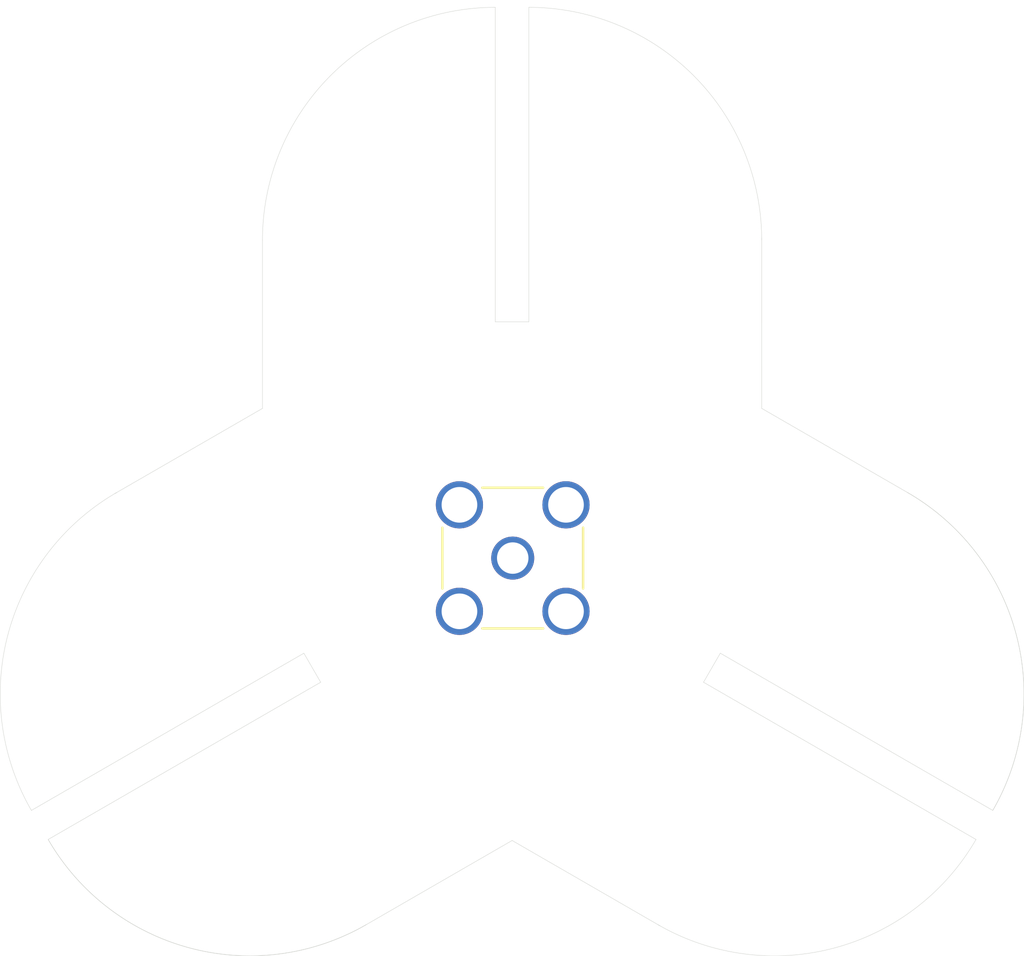
<source format=kicad_pcb>
(kicad_pcb (version 20171130) (host pcbnew "(5.0.2)-1")

  (general
    (thickness 1.6)
    (drawings 26)
    (tracks 0)
    (zones 0)
    (modules 1)
    (nets 3)
  )

  (page A4)
  (layers
    (0 F.Cu signal)
    (31 B.Cu signal)
    (32 B.Adhes user)
    (33 F.Adhes user)
    (34 B.Paste user)
    (35 F.Paste user)
    (36 B.SilkS user)
    (37 F.SilkS user)
    (38 B.Mask user)
    (39 F.Mask user)
    (40 Dwgs.User user)
    (41 Cmts.User user)
    (42 Eco1.User user)
    (43 Eco2.User user)
    (44 Edge.Cuts user)
    (45 Margin user)
    (46 B.CrtYd user hide)
    (47 F.CrtYd user hide)
    (48 B.Fab user hide)
    (49 F.Fab user hide)
  )

  (setup
    (last_trace_width 1.5)
    (trace_clearance 0.2)
    (zone_clearance 0.508)
    (zone_45_only no)
    (trace_min 0.2)
    (segment_width 0.2)
    (edge_width 0.02)
    (via_size 0.8)
    (via_drill 0.4)
    (via_min_size 0.4)
    (via_min_drill 0.3)
    (uvia_size 0.3)
    (uvia_drill 0.1)
    (uvias_allowed no)
    (uvia_min_size 0.2)
    (uvia_min_drill 0.1)
    (pcb_text_width 0.3)
    (pcb_text_size 1.5 1.5)
    (mod_edge_width 0.15)
    (mod_text_size 1 1)
    (mod_text_width 0.15)
    (pad_size 1.524 1.524)
    (pad_drill 0.762)
    (pad_to_mask_clearance 0.051)
    (solder_mask_min_width 0.25)
    (aux_axis_origin 0 0)
    (visible_elements FEFFFF7F)
    (pcbplotparams
      (layerselection 0x010fc_ffffffff)
      (usegerberextensions false)
      (usegerberattributes false)
      (usegerberadvancedattributes false)
      (creategerberjobfile false)
      (excludeedgelayer true)
      (linewidth 0.100000)
      (plotframeref false)
      (viasonmask false)
      (mode 1)
      (useauxorigin false)
      (hpglpennumber 1)
      (hpglpenspeed 20)
      (hpglpendiameter 15.000000)
      (psnegative false)
      (psa4output false)
      (plotreference true)
      (plotvalue true)
      (plotinvisibletext false)
      (padsonsilk false)
      (subtractmaskfromsilk false)
      (outputformat 1)
      (mirror false)
      (drillshape 1)
      (scaleselection 1)
      (outputdirectory ""))
  )

  (net 0 "")
  (net 1 /slot_r)
  (net 2 /slot_l)

  (net_class Default "This is the default net class."
    (clearance 0.2)
    (trace_width 1.5)
    (via_dia 0.8)
    (via_drill 0.4)
    (uvia_dia 0.3)
    (uvia_drill 0.1)
    (add_net /slot_l)
    (add_net /slot_r)
  )

  (module Connector_Coaxial:SMA_Amphenol_132134-11_Vertical (layer F.Cu) (tedit 5DF16339) (tstamp 5DF188CB)
    (at 0.03 0.27)
    (descr https://www.amphenolrf.com/downloads/dl/file/id/3406/product/2975/132134_11_customer_drawing.pdf)
    (tags "SMA THT Female Jack Vertical ExtendedLegs")
    (path /5DF1637E)
    (fp_text reference J1 (at 0 -4.75) (layer F.SilkS) hide
      (effects (font (size 1 1) (thickness 0.15)))
    )
    (fp_text value CONSMA002-L (at 0 5) (layer F.Fab)
      (effects (font (size 1 1) (thickness 0.15)))
    )
    (fp_circle (center 0 0) (end 3.175 0) (layer F.Fab) (width 0.1))
    (fp_line (start 4.17 4.17) (end -4.17 4.17) (layer F.CrtYd) (width 0.05))
    (fp_line (start 4.17 4.17) (end 4.17 -4.17) (layer F.CrtYd) (width 0.05))
    (fp_line (start -4.17 -4.17) (end -4.17 4.17) (layer F.CrtYd) (width 0.05))
    (fp_line (start -4.17 -4.17) (end 4.17 -4.17) (layer F.CrtYd) (width 0.05))
    (fp_line (start -3.175 -3.175) (end 3.175 -3.175) (layer F.Fab) (width 0.1))
    (fp_line (start -3.175 -3.175) (end -3.175 3.175) (layer F.Fab) (width 0.1))
    (fp_line (start -3.175 3.175) (end 3.175 3.175) (layer F.Fab) (width 0.1))
    (fp_line (start 3.175 -3.175) (end 3.175 3.175) (layer F.Fab) (width 0.1))
    (fp_line (start -3.355 -1.45) (end -3.355 1.45) (layer F.SilkS) (width 0.12))
    (fp_line (start 3.355 -1.45) (end 3.355 1.45) (layer F.SilkS) (width 0.12))
    (fp_line (start -1.45 3.355) (end 1.45 3.355) (layer F.SilkS) (width 0.12))
    (fp_line (start -1.45 -3.355) (end 1.45 -3.355) (layer F.SilkS) (width 0.12))
    (fp_text user %R (at 0 0) (layer F.Fab)
      (effects (font (size 1 1) (thickness 0.15)))
    )
    (pad 1 thru_hole circle (at 0 0) (size 2.05 2.05) (drill 1.5) (layers *.Cu *.Mask)
      (net 1 /slot_r))
    (pad 2 thru_hole circle (at 2.54 2.54) (size 2.25 2.25) (drill 1.7) (layers *.Cu *.Mask)
      (net 2 /slot_l))
    (pad 2 thru_hole circle (at 2.54 -2.54) (size 2.25 2.25) (drill 1.7) (layers *.Cu *.Mask)
      (net 2 /slot_l))
    (pad 2 thru_hole circle (at -2.54 -2.54) (size 2.25 2.25) (drill 1.7) (layers *.Cu *.Mask)
      (net 2 /slot_l))
    (pad 2 thru_hole circle (at -2.54 2.54) (size 2.25 2.25) (drill 1.7) (layers *.Cu *.Mask)
      (net 2 /slot_l))
    (model ${KISYS3DMOD}/Connector_Coaxial.3dshapes/SMA_Amphenol_132134-11_Vertical.wrl
      (at (xyz 0 0 0))
      (scale (xyz 1 1 1))
      (rotate (xyz 0 0 0))
    )
  )

  (gr_line (start 18.853779 -2.855702) (end 11.899595 -6.870702) (layer Edge.Cuts) (width 0.02) (tstamp 5DF18A66))
  (gr_line (start -6.953779 17.755702) (end 0.000405 13.740702) (layer Edge.Cuts) (width 0.02) (tstamp 5DF18A65))
  (gr_line (start 11.9 -15) (end 11.899595 -6.870702) (layer Edge.Cuts) (width 0.02) (tstamp 5DF18A64))
  (gr_line (start 7.040381 17.805702) (end 0.000405 13.740702) (layer Edge.Cuts) (width 0.02) (tstamp 5DF18A63))
  (gr_arc (start 13.303779 6.75718) (end 22.91666 12.30718) (angle -90) (layer Edge.Cuts) (width 0.02) (tstamp 5DF18A3C))
  (gr_arc (start -12.503779 8.14282) (end -22.11666 13.69282) (angle -90) (layer Edge.Cuts) (width 0.02) (tstamp 5DF18A3B))
  (gr_line (start -18.940381 -2.805702) (end -11.9 -6.87) (layer Edge.Cuts) (width 0.02) (tstamp 5DF18A39))
  (gr_line (start -11.9 -14.9) (end -11.9 -6.87) (layer Edge.Cuts) (width 0.02))
  (gr_arc (start 13.303779 6.75718) (end 22.91666 12.30718) (angle -90) (layer Edge.Cuts) (width 0.02) (tstamp 5DF18A10))
  (gr_arc (start -12.503779 8.14282) (end -22.11666 13.69282) (angle -90) (layer Edge.Cuts) (width 0.02) (tstamp 5DF18A0F))
  (gr_arc (start 12.503779 8.14282) (end 6.953779 17.755702) (angle -90) (layer Edge.Cuts) (width 0.02) (tstamp 5DF18A0E))
  (gr_arc (start -13.303779 6.75718) (end -18.853779 -2.855702) (angle -90) (layer Edge.Cuts) (width 0.02) (tstamp 5DF18A0D))
  (gr_arc (start -0.8 -14.9) (end -0.8 -26) (angle -90) (layer Edge.Cuts) (width 0.02) (tstamp 5DF189FD))
  (gr_arc (start 0.8 -14.9) (end 11.9 -14.9) (angle -90) (layer Edge.Cuts) (width 0.02))
  (gr_line (start 22.11666 13.69282) (end 9.126279 6.19282) (layer Edge.Cuts) (width 0.02) (tstamp 5DF189BA))
  (gr_line (start -22.91666 12.30718) (end -9.926279 4.80718) (layer Edge.Cuts) (width 0.02) (tstamp 5DF189B9))
  (gr_line (start 22.91666 12.30718) (end 9.926279 4.80718) (layer Edge.Cuts) (width 0.02) (tstamp 5DF189B8))
  (gr_line (start -22.11666 13.69282) (end -9.126279 6.19282) (layer Edge.Cuts) (width 0.02) (tstamp 5DF189B7))
  (gr_line (start 9.926279 4.80718) (end 9.126279 6.19282) (layer Edge.Cuts) (width 0.02) (tstamp 5DF189B6))
  (gr_line (start -9.126279 6.19282) (end -9.926279 4.80718) (layer Edge.Cuts) (width 0.02) (tstamp 5DF189B5))
  (gr_line (start -0.8 -11) (end 0.8 -11) (layer Edge.Cuts) (width 0.02))
  (gr_line (start 0.8 -26) (end 0.8 -11) (layer Edge.Cuts) (width 0.02) (tstamp 5DF189A7))
  (gr_line (start -0.8 -26) (end -0.8 -11) (layer Edge.Cuts) (width 0.02))
  (gr_line (start 0 0) (end 22.733167 13.125) (layer Eco1.User) (width 0.2) (tstamp 5DF18974))
  (gr_line (start 0 0) (end -22.733167 13.125) (layer Eco1.User) (width 0.2) (tstamp 5DF18973))
  (gr_line (start 0 0) (end 0 -26.25) (layer Eco1.User) (width 0.2))

)

</source>
